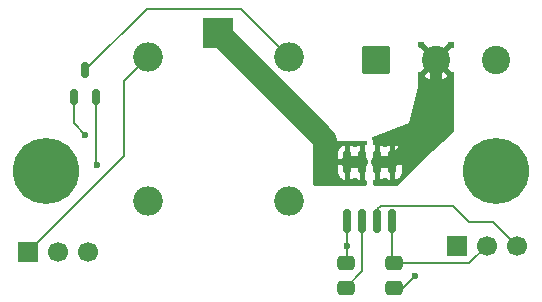
<source format=gbr>
%TF.GenerationSoftware,KiCad,Pcbnew,9.0.3*%
%TF.CreationDate,2025-10-25T21:32:03-05:00*%
%TF.ProjectId,AmmeterRelays,416d6d65-7465-4725-9265-6c6179732e6b,rev?*%
%TF.SameCoordinates,Original*%
%TF.FileFunction,Copper,L1,Top*%
%TF.FilePolarity,Positive*%
%FSLAX46Y46*%
G04 Gerber Fmt 4.6, Leading zero omitted, Abs format (unit mm)*
G04 Created by KiCad (PCBNEW 9.0.3) date 2025-10-25 21:32:03*
%MOMM*%
%LPD*%
G01*
G04 APERTURE LIST*
G04 Aperture macros list*
%AMRoundRect*
0 Rectangle with rounded corners*
0 $1 Rounding radius*
0 $2 $3 $4 $5 $6 $7 $8 $9 X,Y pos of 4 corners*
0 Add a 4 corners polygon primitive as box body*
4,1,4,$2,$3,$4,$5,$6,$7,$8,$9,$2,$3,0*
0 Add four circle primitives for the rounded corners*
1,1,$1+$1,$2,$3*
1,1,$1+$1,$4,$5*
1,1,$1+$1,$6,$7*
1,1,$1+$1,$8,$9*
0 Add four rect primitives between the rounded corners*
20,1,$1+$1,$2,$3,$4,$5,0*
20,1,$1+$1,$4,$5,$6,$7,0*
20,1,$1+$1,$6,$7,$8,$9,0*
20,1,$1+$1,$8,$9,$2,$3,0*%
G04 Aperture macros list end*
%TA.AperFunction,SMDPad,CuDef*%
%ADD10RoundRect,0.250000X-0.475000X0.337500X-0.475000X-0.337500X0.475000X-0.337500X0.475000X0.337500X0*%
%TD*%
%TA.AperFunction,ComponentPad*%
%ADD11C,3.600000*%
%TD*%
%TA.AperFunction,ConnectorPad*%
%ADD12C,5.600000*%
%TD*%
%TA.AperFunction,ComponentPad*%
%ADD13C,1.700000*%
%TD*%
%TA.AperFunction,ComponentPad*%
%ADD14R,1.700000X1.700000*%
%TD*%
%TA.AperFunction,ComponentPad*%
%ADD15R,2.500000X2.500000*%
%TD*%
%TA.AperFunction,ComponentPad*%
%ADD16O,2.500000X2.500000*%
%TD*%
%TA.AperFunction,ComponentPad*%
%ADD17RoundRect,0.250001X-0.949999X-0.949999X0.949999X-0.949999X0.949999X0.949999X-0.949999X0.949999X0*%
%TD*%
%TA.AperFunction,ComponentPad*%
%ADD18C,2.400000*%
%TD*%
%TA.AperFunction,SMDPad,CuDef*%
%ADD19RoundRect,0.150000X-0.150000X0.825000X-0.150000X-0.825000X0.150000X-0.825000X0.150000X0.825000X0*%
%TD*%
%TA.AperFunction,SMDPad,CuDef*%
%ADD20RoundRect,0.150000X0.150000X-0.512500X0.150000X0.512500X-0.150000X0.512500X-0.150000X-0.512500X0*%
%TD*%
%TA.AperFunction,SMDPad,CuDef*%
%ADD21RoundRect,0.250000X0.475000X-0.337500X0.475000X0.337500X-0.475000X0.337500X-0.475000X-0.337500X0*%
%TD*%
%TA.AperFunction,ViaPad*%
%ADD22C,0.600000*%
%TD*%
%TA.AperFunction,Conductor*%
%ADD23C,2.000000*%
%TD*%
%TA.AperFunction,Conductor*%
%ADD24C,0.200000*%
%TD*%
%TA.AperFunction,Conductor*%
%ADD25C,1.000000*%
%TD*%
G04 APERTURE END LIST*
D10*
%TO.P,C2,2*%
%TO.N,GND*%
X49022000Y-55139500D03*
%TO.P,C2,1*%
%TO.N,Net-(J3-Pin_2)*%
X49022000Y-53064500D03*
%TD*%
D11*
%TO.P,H2,1*%
%TO.N,N/C*%
X57658000Y-45212000D03*
D12*
X57658000Y-45212000D03*
%TD*%
D11*
%TO.P,H1,1*%
%TO.N,N/C*%
X19558000Y-45212000D03*
D12*
X19558000Y-45212000D03*
%TD*%
D13*
%TO.P,J3,3,Pin_3*%
%TO.N,Net-(J3-Pin_3)*%
X59436000Y-51562000D03*
%TO.P,J3,2,Pin_2*%
%TO.N,Net-(J3-Pin_2)*%
X56896000Y-51562000D03*
D14*
%TO.P,J3,1,Pin_1*%
%TO.N,GND*%
X54356000Y-51562000D03*
%TD*%
D13*
%TO.P,J2,3,Pin_3*%
%TO.N,Net-(J2-Pin_3)*%
X23114000Y-52070000D03*
%TO.P,J2,2,Pin_2*%
%TO.N,GNDPWR*%
X20574000Y-52070000D03*
D14*
%TO.P,J2,1,Pin_1*%
%TO.N,Net-(J2-Pin_1)*%
X18034000Y-52070000D03*
%TD*%
D15*
%TO.P,K1,1*%
%TO.N,Net-(K1-Pad1)*%
X34154000Y-33597000D03*
D16*
%TO.P,K1,2*%
%TO.N,Net-(J2-Pin_1)*%
X28154000Y-35597000D03*
%TO.P,K1,3*%
%TO.N,Net-(J1-Pin_1)*%
X28154000Y-47797000D03*
%TO.P,K1,4*%
%TO.N,Net-(J1-Pin_3)*%
X40154000Y-47797000D03*
%TO.P,K1,5*%
%TO.N,Net-(Q1-D)*%
X40154000Y-35597000D03*
%TD*%
D17*
%TO.P,J1,1,Pin_1*%
%TO.N,Net-(J1-Pin_1)*%
X47498000Y-35814000D03*
D18*
%TO.P,J1,2,Pin_2*%
%TO.N,Net-(J1-Pin_2)*%
X52578000Y-35814000D03*
%TO.P,J1,3,Pin_3*%
%TO.N,Net-(J1-Pin_3)*%
X57658000Y-35814000D03*
%TD*%
D19*
%TO.P,U1,1,IP+*%
%TO.N,Net-(J1-Pin_2)*%
X48895000Y-44515000D03*
%TO.P,U1,2,IP+*%
X47625000Y-44515000D03*
%TO.P,U1,3,IP-*%
%TO.N,Net-(K1-Pad1)*%
X46355000Y-44515000D03*
%TO.P,U1,4,IP-*%
X45085000Y-44515000D03*
%TO.P,U1,5,GND*%
%TO.N,GND*%
X45085000Y-49465000D03*
%TO.P,U1,6,FILTER*%
%TO.N,Net-(U1-FILTER)*%
X46355000Y-49465000D03*
%TO.P,U1,7,VIOUT*%
%TO.N,Net-(J3-Pin_3)*%
X47625000Y-49465000D03*
%TO.P,U1,8,VCC*%
%TO.N,Net-(J3-Pin_2)*%
X48895000Y-49465000D03*
%TD*%
D20*
%TO.P,Q1,1,G*%
%TO.N,Net-(J2-Pin_3)*%
X21910000Y-38983500D03*
%TO.P,Q1,2,S*%
%TO.N,GNDPWR*%
X23810000Y-38983500D03*
%TO.P,Q1,3,D*%
%TO.N,Net-(Q1-D)*%
X22860000Y-36708500D03*
%TD*%
D21*
%TO.P,C1,1*%
%TO.N,Net-(U1-FILTER)*%
X44958000Y-55139500D03*
%TO.P,C1,2*%
%TO.N,GND*%
X44958000Y-53064500D03*
%TD*%
D22*
%TO.N,Net-(J2-Pin_3)*%
X22860000Y-42164000D03*
%TO.N,GNDPWR*%
X23876000Y-44704000D03*
%TO.N,GND*%
X50800000Y-54102000D03*
X45085000Y-51562000D03*
%TD*%
D23*
%TO.N,Net-(K1-Pad1)*%
X43180000Y-42610000D02*
X43180000Y-43434000D01*
X34167000Y-33597000D02*
X43180000Y-42610000D01*
D24*
%TO.N,Net-(J2-Pin_3)*%
X21910000Y-41214000D02*
X22860000Y-42164000D01*
X21910000Y-38983500D02*
X21910000Y-41214000D01*
%TO.N,GNDPWR*%
X23810000Y-44638000D02*
X23876000Y-44704000D01*
X23810000Y-38983500D02*
X23810000Y-44638000D01*
%TO.N,Net-(Q1-D)*%
X36053000Y-31496000D02*
X40154000Y-35597000D01*
X28072500Y-31496000D02*
X36053000Y-31496000D01*
X22860000Y-36708500D02*
X28072500Y-31496000D01*
%TO.N,Net-(J2-Pin_1)*%
X26162000Y-37589000D02*
X28154000Y-35597000D01*
X18034000Y-52070000D02*
X26162000Y-43942000D01*
X26162000Y-43942000D02*
X26162000Y-37589000D01*
%TO.N,GND*%
X49762500Y-55139500D02*
X49022000Y-55139500D01*
X50800000Y-54102000D02*
X49762500Y-55139500D01*
%TO.N,Net-(J3-Pin_2)*%
X56896000Y-51562000D02*
X55393500Y-53064500D01*
X55393500Y-53064500D02*
X49022000Y-53064500D01*
X48895000Y-52937500D02*
X49022000Y-53064500D01*
X48895000Y-49465000D02*
X48895000Y-52937500D01*
%TO.N,Net-(J3-Pin_3)*%
X47926001Y-48189000D02*
X47625000Y-48490001D01*
X47625000Y-48490001D02*
X47625000Y-49465000D01*
X55372000Y-49530000D02*
X54031000Y-48189000D01*
X57404000Y-49530000D02*
X55372000Y-49530000D01*
X59436000Y-51562000D02*
X57404000Y-49530000D01*
X54031000Y-48189000D02*
X47926001Y-48189000D01*
D25*
%TO.N,Net-(J1-Pin_2)*%
X52578000Y-40832000D02*
X52578000Y-35814000D01*
X48895000Y-44515000D02*
X52578000Y-40832000D01*
%TO.N,Net-(K1-Pad1)*%
X34154000Y-33597000D02*
X34167000Y-33597000D01*
X45085000Y-44515000D02*
X46355000Y-44515000D01*
D24*
%TO.N,GND*%
X45085000Y-51562000D02*
X45085000Y-52937500D01*
%TO.N,Net-(U1-FILTER)*%
X46355000Y-53742500D02*
X46355000Y-49465000D01*
X44958000Y-55139500D02*
X46355000Y-53742500D01*
%TO.N,GND*%
X45085000Y-52937500D02*
X44958000Y-53064500D01*
X45085000Y-49465000D02*
X45085000Y-51562000D01*
D25*
%TO.N,Net-(J1-Pin_2)*%
X47625000Y-44515000D02*
X48895000Y-44515000D01*
%TD*%
%TA.AperFunction,Conductor*%
%TO.N,Net-(J1-Pin_2)*%
G36*
X51869049Y-36192942D02*
G01*
X51956599Y-36323970D01*
X52068030Y-36435401D01*
X52199058Y-36522951D01*
X52215705Y-36529846D01*
X51565595Y-37179955D01*
X51565595Y-37179956D01*
X51631507Y-37230533D01*
X51824485Y-37341949D01*
X51824497Y-37341954D01*
X52030381Y-37427236D01*
X52245632Y-37484911D01*
X52245645Y-37484914D01*
X52466575Y-37514000D01*
X52689425Y-37514000D01*
X52910354Y-37484914D01*
X52910367Y-37484911D01*
X53125618Y-37427236D01*
X53331502Y-37341954D01*
X53331514Y-37341949D01*
X53524498Y-37230530D01*
X53590403Y-37179957D01*
X53590404Y-37179956D01*
X52940294Y-36529846D01*
X52956942Y-36522951D01*
X53087970Y-36435401D01*
X53199401Y-36323970D01*
X53286951Y-36192942D01*
X53293846Y-36176294D01*
X53943955Y-36826403D01*
X53969891Y-36824704D01*
X54038074Y-36839963D01*
X54087184Y-36889661D01*
X54102000Y-36948439D01*
X54102000Y-41857005D01*
X54082315Y-41924044D01*
X54063699Y-41946625D01*
X52347741Y-43587510D01*
X49396630Y-46409511D01*
X49356777Y-46447620D01*
X49294720Y-46479725D01*
X49271078Y-46482000D01*
X47365500Y-46482000D01*
X47356814Y-46479449D01*
X47347853Y-46480738D01*
X47323812Y-46469759D01*
X47298461Y-46462315D01*
X47292533Y-46455474D01*
X47284297Y-46451713D01*
X47270007Y-46429478D01*
X47252706Y-46409511D01*
X47250418Y-46398996D01*
X47246523Y-46392935D01*
X47241500Y-46358000D01*
X47241500Y-46110931D01*
X47261185Y-46043892D01*
X47313989Y-45998137D01*
X47374922Y-45987367D01*
X47375000Y-45987295D01*
X47875000Y-45987295D01*
X47875001Y-45987295D01*
X47877486Y-45987100D01*
X48035198Y-45941281D01*
X48176552Y-45857685D01*
X48182722Y-45852900D01*
X48184546Y-45855252D01*
X48233595Y-45828445D01*
X48303288Y-45833402D01*
X48336063Y-45854465D01*
X48337278Y-45852900D01*
X48343447Y-45857685D01*
X48484801Y-45941281D01*
X48642514Y-45987100D01*
X48642511Y-45987100D01*
X48644998Y-45987295D01*
X48645000Y-45987295D01*
X49145000Y-45987295D01*
X49145001Y-45987295D01*
X49147486Y-45987100D01*
X49305198Y-45941281D01*
X49446552Y-45857685D01*
X49446561Y-45857678D01*
X49562678Y-45741561D01*
X49562685Y-45741552D01*
X49646282Y-45600196D01*
X49646283Y-45600193D01*
X49692099Y-45442495D01*
X49692100Y-45442489D01*
X49694999Y-45405649D01*
X49695000Y-45405634D01*
X49695000Y-44765000D01*
X49145000Y-44765000D01*
X49145000Y-45987295D01*
X48645000Y-45987295D01*
X48645000Y-44765000D01*
X47875000Y-44765000D01*
X47875000Y-45987295D01*
X47375000Y-45987295D01*
X47375000Y-43063751D01*
X47334501Y-43042703D01*
X47875000Y-43042703D01*
X47875000Y-44265000D01*
X48645000Y-44265000D01*
X49145000Y-44265000D01*
X49695000Y-44265000D01*
X49695000Y-43624365D01*
X49694999Y-43624350D01*
X49692100Y-43587510D01*
X49692099Y-43587504D01*
X49646283Y-43429806D01*
X49646282Y-43429803D01*
X49562685Y-43288447D01*
X49562678Y-43288438D01*
X49446561Y-43172321D01*
X49446552Y-43172314D01*
X49305196Y-43088717D01*
X49305193Y-43088716D01*
X49147494Y-43042900D01*
X49147497Y-43042900D01*
X49145000Y-43042703D01*
X49145000Y-44265000D01*
X48645000Y-44265000D01*
X48645000Y-43042703D01*
X48642503Y-43042900D01*
X48484806Y-43088716D01*
X48484803Y-43088717D01*
X48343447Y-43172314D01*
X48337278Y-43177100D01*
X48335457Y-43174753D01*
X48286358Y-43201564D01*
X48216666Y-43196580D01*
X48183930Y-43175541D01*
X48182722Y-43177100D01*
X48176552Y-43172314D01*
X48035196Y-43088717D01*
X48035193Y-43088716D01*
X47877494Y-43042900D01*
X47877497Y-43042900D01*
X47875000Y-43042703D01*
X47334501Y-43042703D01*
X47308316Y-43029094D01*
X47307712Y-43028515D01*
X47306892Y-43028343D01*
X47282519Y-43004333D01*
X47257909Y-42980712D01*
X47257714Y-42979898D01*
X47257117Y-42979310D01*
X47241500Y-42919067D01*
X47241500Y-42796010D01*
X47241500Y-42796000D01*
X47229947Y-42688544D01*
X47218741Y-42637033D01*
X47218637Y-42636722D01*
X47184616Y-42534502D01*
X47184613Y-42534497D01*
X47184613Y-42534496D01*
X47168342Y-42509179D01*
X47148658Y-42442141D01*
X47168342Y-42375101D01*
X47221146Y-42329346D01*
X47228123Y-42326414D01*
X50292000Y-41148000D01*
X51054000Y-38100000D01*
X51054000Y-36948438D01*
X51073685Y-36881399D01*
X51126489Y-36835644D01*
X51186111Y-36824704D01*
X51212043Y-36826403D01*
X51862152Y-36176293D01*
X51869049Y-36192942D01*
G37*
%TD.AperFunction*%
%TA.AperFunction,Conductor*%
G36*
X51510599Y-34309685D02*
G01*
X51556354Y-34362489D01*
X51567295Y-34422110D01*
X51565595Y-34448042D01*
X52215706Y-35098152D01*
X52199058Y-35105049D01*
X52068030Y-35192599D01*
X51956599Y-35304030D01*
X51869049Y-35435058D01*
X51862153Y-35451706D01*
X51212042Y-34801595D01*
X51186110Y-34803295D01*
X51117926Y-34788037D01*
X51068816Y-34738338D01*
X51054000Y-34679560D01*
X51054000Y-34414000D01*
X51073685Y-34346961D01*
X51126489Y-34301206D01*
X51178000Y-34290000D01*
X51443560Y-34290000D01*
X51510599Y-34309685D01*
G37*
%TD.AperFunction*%
%TA.AperFunction,Conductor*%
G36*
X54045039Y-34309685D02*
G01*
X54090794Y-34362489D01*
X54102000Y-34414000D01*
X54102000Y-34679560D01*
X54082315Y-34746599D01*
X54029511Y-34792354D01*
X53969891Y-34803295D01*
X53943955Y-34801595D01*
X53293846Y-35451704D01*
X53286951Y-35435058D01*
X53199401Y-35304030D01*
X53087970Y-35192599D01*
X52956942Y-35105049D01*
X52940293Y-35098152D01*
X53590403Y-34448043D01*
X53588704Y-34422110D01*
X53603963Y-34353926D01*
X53653661Y-34304816D01*
X53712439Y-34290000D01*
X53978000Y-34290000D01*
X54045039Y-34309685D01*
G37*
%TD.AperFunction*%
%TD*%
%TA.AperFunction,Conductor*%
%TO.N,Net-(K1-Pad1)*%
G36*
X46679039Y-42691685D02*
G01*
X46724794Y-42744489D01*
X46736000Y-42796000D01*
X46736000Y-42918869D01*
X46716315Y-42985908D01*
X46663511Y-43031663D01*
X46605949Y-43041825D01*
X46605000Y-43042703D01*
X46605000Y-45987295D01*
X46606103Y-45988314D01*
X46670650Y-46001875D01*
X46720406Y-46050927D01*
X46736000Y-46111128D01*
X46736000Y-46358000D01*
X46716315Y-46425039D01*
X46663511Y-46470794D01*
X46612000Y-46482000D01*
X42288000Y-46482000D01*
X42220961Y-46462315D01*
X42175206Y-46409511D01*
X42164000Y-46358000D01*
X42164000Y-45405649D01*
X44285000Y-45405649D01*
X44287899Y-45442489D01*
X44287900Y-45442495D01*
X44333716Y-45600193D01*
X44333717Y-45600196D01*
X44417314Y-45741552D01*
X44417321Y-45741561D01*
X44533438Y-45857678D01*
X44533447Y-45857685D01*
X44674801Y-45941281D01*
X44832514Y-45987100D01*
X44832511Y-45987100D01*
X44834998Y-45987295D01*
X44835000Y-45987295D01*
X45335000Y-45987295D01*
X45335001Y-45987295D01*
X45337486Y-45987100D01*
X45495198Y-45941281D01*
X45636552Y-45857685D01*
X45642722Y-45852900D01*
X45644546Y-45855252D01*
X45693595Y-45828445D01*
X45763288Y-45833402D01*
X45796063Y-45854465D01*
X45797278Y-45852900D01*
X45803447Y-45857685D01*
X45944801Y-45941281D01*
X46102514Y-45987100D01*
X46102511Y-45987100D01*
X46104998Y-45987295D01*
X46105000Y-45987295D01*
X46105000Y-44765000D01*
X45335000Y-44765000D01*
X45335000Y-45987295D01*
X44835000Y-45987295D01*
X44835000Y-44765000D01*
X44285000Y-44765000D01*
X44285000Y-45405649D01*
X42164000Y-45405649D01*
X42164000Y-43624350D01*
X44285000Y-43624350D01*
X44285000Y-44265000D01*
X44835000Y-44265000D01*
X44835000Y-43042703D01*
X45335000Y-43042703D01*
X45335000Y-44265000D01*
X46105000Y-44265000D01*
X46105000Y-43042703D01*
X46102503Y-43042900D01*
X45944806Y-43088716D01*
X45944803Y-43088717D01*
X45803447Y-43172314D01*
X45797278Y-43177100D01*
X45795457Y-43174753D01*
X45746358Y-43201564D01*
X45676666Y-43196580D01*
X45643930Y-43175541D01*
X45642722Y-43177100D01*
X45636552Y-43172314D01*
X45495196Y-43088717D01*
X45495193Y-43088716D01*
X45337494Y-43042900D01*
X45337497Y-43042900D01*
X45335000Y-43042703D01*
X44835000Y-43042703D01*
X44832503Y-43042900D01*
X44674806Y-43088716D01*
X44674803Y-43088717D01*
X44533447Y-43172314D01*
X44533438Y-43172321D01*
X44417321Y-43288438D01*
X44417314Y-43288447D01*
X44333717Y-43429803D01*
X44333716Y-43429806D01*
X44287900Y-43587504D01*
X44287899Y-43587510D01*
X44285000Y-43624350D01*
X42164000Y-43624350D01*
X42164000Y-42796000D01*
X42183685Y-42728961D01*
X42236489Y-42683206D01*
X42288000Y-42672000D01*
X46612000Y-42672000D01*
X46679039Y-42691685D01*
G37*
%TD.AperFunction*%
%TD*%
M02*

</source>
